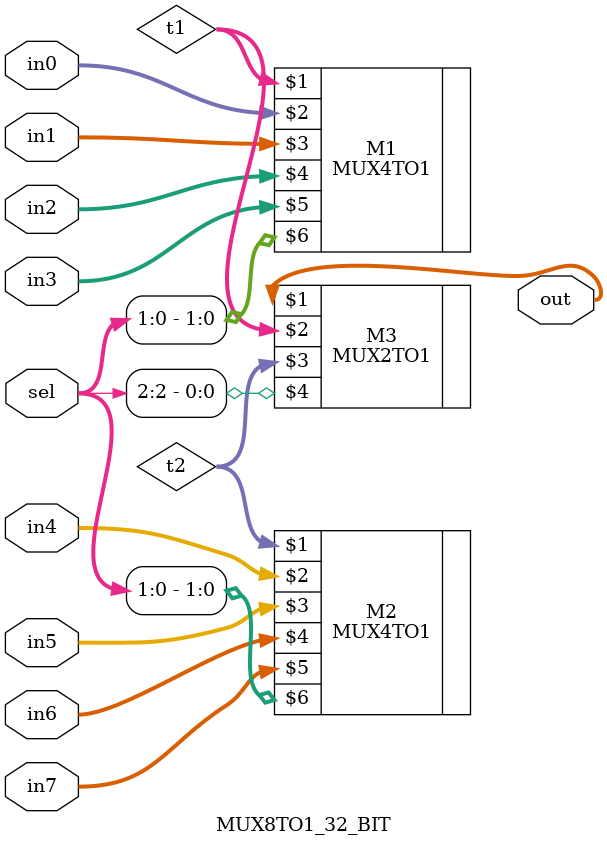
<source format=v>
`timescale 1ns / 1ps


module MUX8TO1_32_BIT(out,in0,in1,in2,in3,in4,in5,in6,in7,sel);
    input [31:0] in0,in1,in2,in3,in4,in5,in6,in7;
    input [2:0] sel;
    output [31:0] out;
    
    wire [31:0] t1,t2;
    
    MUX4TO1 M1(t1,in0,in1,in2,in3,sel[1:0]);
    MUX4TO1 M2(t2,in4,in5,in6,in7,sel[1:0]);
    
    MUX2TO1 M3(out,t1,t2,sel[2]);
endmodule

</source>
